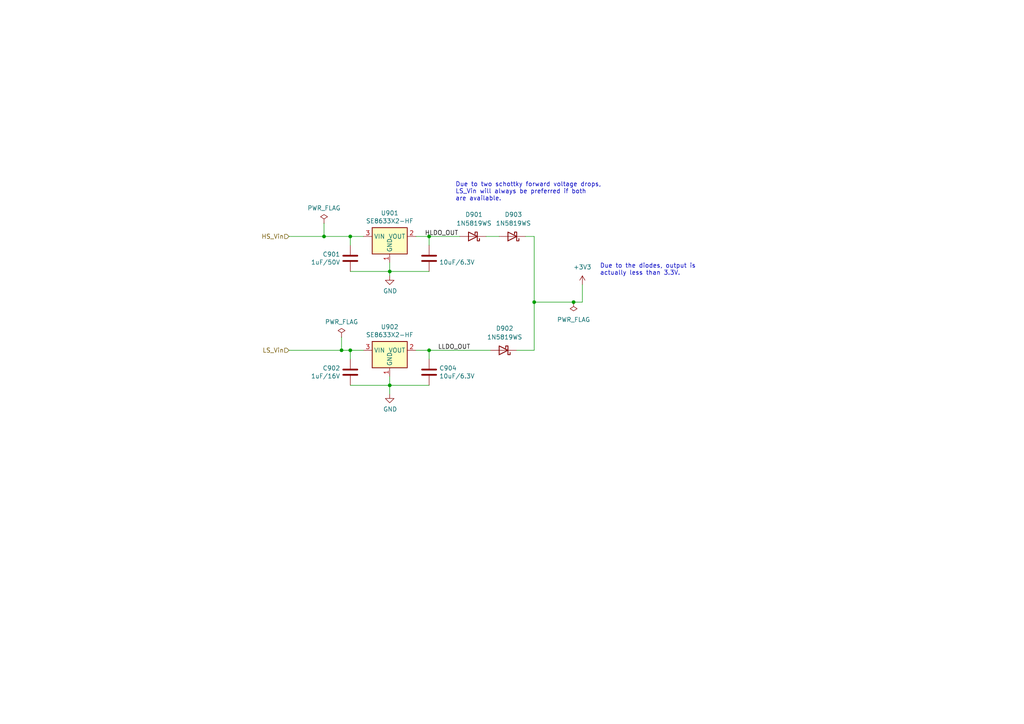
<source format=kicad_sch>
(kicad_sch (version 20211123) (generator eeschema)
  (paper "A4")
  (title_block (title "Sailor Hat for Raspberry Pi") (date "2022-10-14") (rev "v2.0.0-alpha") (company "Hat Labs Ltd") (comment 1 "https://creativecommons.org/licenses/by/4.0") (comment 2 "To view a copy of this license, visit ") (comment 3 "Sailor Hat for Raspberry Pi is licensed under CC BY 4.0."))
  (lib_symbols
    (symbol "Device:C" (pin_numbers hide) (pin_names (offset 0.254))
      (property "Reference" "C" (at 0.635 2.54 0))
      (property "Value" "C" (at 0.635 -2.54 0))
      (symbol "C_0_1"
        (polyline (pts (xy -2.032 -0.762) (xy 2.032 -0.762)) (stroke (width 0.508)))
        (polyline (pts (xy -2.032 0.762) (xy 2.032 0.762)) (stroke (width 0.508)))
      )
      (symbol "C_1_1"
        (pin passive line (at 0 3.81 270) (length 2.794) (name "~") (number "1"))
        (pin passive line (at 0 -3.81 90) (length 2.794) (name "~") (number "2"))
      )
    )
    (symbol "Device:D_Schottky" (pin_numbers hide) (pin_names (offset 1.016) hide)
      (property "Reference" "D" (at 0 2.54 0))
      (property "Value" "D_Schottky" (at 0 -2.54 0))
      (symbol "D_Schottky_0_1"
        (polyline (pts (xy 1.27 0) (xy -1.27 0)))
        (polyline (pts (xy 1.27 1.27) (xy 1.27 -1.27) (xy -1.27 0) (xy 1.27 1.27)) (stroke (width 0.254)))
        (polyline (pts (xy -1.905 0.635) (xy -1.905 1.27) (xy -1.27 1.27) (xy -1.27 -1.27) (xy -0.635 -1.27) (xy -0.635 -0.635)) (stroke (width 0.254)))
      )
      (symbol "D_Schottky_1_1"
        (pin passive line (at -3.81 0 0) (length 2.54) (name "K") (number "1"))
        (pin passive line (at 3.81 0 180) (length 2.54) (name "A") (number "2"))
      )
    )
    (symbol "HT75xx-1-SOT23_1"
      (property "Reference" "U" (at -5.08 -3.81 0))
      (property "Value" "HT75xx-1-SOT23_1" (at 0 6.35 0))
      (symbol "HT75xx-1-SOT23_1_0_1"
        (rectangle (start -5.08 5.08) (end 5.08 -2.54) (stroke (width 0.254)) (fill (type background)))
      )
      (symbol "HT75xx-1-SOT23_1_1_1"
        (pin power_in line (at 0 -5.08 90) (length 2.54) (name "GND") (number "1"))
        (pin power_out line (at 7.62 2.54 180) (length 2.54) (name "VOUT") (number "2"))
        (pin power_in line (at -7.62 2.54 0) (length 2.54) (name "VIN") (number "3"))
      )
    )
    (symbol "SH-RPi:HT75xx-1-SOT23"
      (property "Reference" "U" (at -5.08 -3.81 0))
      (property "Value" "HT75xx-1-SOT23" (at 0 6.35 0))
      (symbol "HT75xx-1-SOT23_0_1"
        (rectangle (start -5.08 5.08) (end 5.08 -2.54) (stroke (width 0.254)) (fill (type background)))
      )
      (symbol "HT75xx-1-SOT23_1_1"
        (pin power_in line (at 0 -5.08 90) (length 2.54) (name "GND") (number "1"))
        (pin power_out line (at 7.62 2.54 180) (length 2.54) (name "VOUT") (number "2"))
        (pin power_in line (at -7.62 2.54 0) (length 2.54) (name "VIN") (number "3"))
      )
    )
    (symbol "power:+3V3" (power) (pin_names (offset 0))
      (property "Value" "+3V3" (at 0 3.556 0))
      (symbol "+3V3_0_1"
        (polyline (pts (xy -0.762 1.27) (xy 0 2.54)))
        (polyline (pts (xy 0 0) (xy 0 2.54)))
        (polyline (pts (xy 0 2.54) (xy 0.762 1.27)))
      )
      (symbol "+3V3_1_1"
        (pin power_in line (at 0 0 90) (length 0) hide (name "+3V3") (number "1"))
      )
    )
    (symbol "power:GND" (power) (pin_names (offset 0))
      (property "Value" "GND" (at 0 -3.81 0))
      (symbol "GND_0_1"
        (polyline (pts (xy 0 0) (xy 0 -1.27) (xy 1.27 -1.27) (xy 0 -2.54) (xy -1.27 -1.27) (xy 0 -1.27)))
      )
      (symbol "GND_1_1"
        (pin power_in line (at 0 0 270) (length 0) hide (name "GND") (number "1"))
      )
    )
    (symbol "power:PWR_FLAG" (power) (pin_numbers hide) (pin_names (offset 0) hide)
      (property "Value" "PWR_FLAG" (at 0 3.81 0))
      (symbol "PWR_FLAG_0_0"
        (pin power_out line (at 0 0 90) (length 0) (name "pwr") (number "1"))
      )
      (symbol "PWR_FLAG_0_1"
        (polyline (pts (xy 0 0) (xy 0 1.27) (xy -1.016 1.905) (xy 0 2.54) (xy 1.016 1.905) (xy 0 1.27)))
      )
    )
  )
  (junction (at 93.98 68.58))
  (junction (at 154.94 87.63))
  (junction (at 113.03 78.74))
  (junction (at 101.6 101.6))
  (junction (at 166.37 87.63))
  (junction (at 124.46 101.6))
  (junction (at 124.46 68.58))
  (junction (at 113.03 111.76))
  (junction (at 99.06 101.6))
  (junction (at 101.6 68.58))
  (wire (pts (xy 101.6 68.58) (xy 105.41 68.58)))
  (wire (pts (xy 166.37 87.63) (xy 168.91 87.63)))
  (wire (pts (xy 99.06 101.6) (xy 101.6 101.6)))
  (wire (pts (xy 101.6 104.14) (xy 101.6 101.6)))
  (wire (pts (xy 149.86 101.6) (xy 154.94 101.6)))
  (wire (pts (xy 99.06 97.79) (xy 99.06 101.6)))
  (wire (pts (xy 168.91 82.55) (xy 168.91 87.63)))
  (wire (pts (xy 101.6 71.12) (xy 101.6 68.58)))
  (wire (pts (xy 124.46 68.58) (xy 124.46 71.12)))
  (wire (pts (xy 93.98 68.58) (xy 83.82 68.58)))
  (wire (pts (xy 124.46 101.6) (xy 142.24 101.6)))
  (wire (pts (xy 113.03 78.74) (xy 124.46 78.74)))
  (wire (pts (xy 93.98 64.77) (xy 93.98 68.58)))
  (wire (pts (xy 154.94 101.6) (xy 154.94 87.63)))
  (wire (pts (xy 154.94 87.63) (xy 154.94 68.58)))
  (wire (pts (xy 113.03 111.76) (xy 124.46 111.76)))
  (wire (pts (xy 101.6 78.74) (xy 113.03 78.74)))
  (wire (pts (xy 83.82 101.6) (xy 99.06 101.6)))
  (wire (pts (xy 101.6 101.6) (xy 105.41 101.6)))
  (wire (pts (xy 101.6 111.76) (xy 113.03 111.76)))
  (wire (pts (xy 113.03 109.22) (xy 113.03 111.76)))
  (wire (pts (xy 120.65 101.6) (xy 124.46 101.6)))
  (wire (pts (xy 124.46 101.6) (xy 124.46 104.14)))
  (wire (pts (xy 154.94 87.63) (xy 166.37 87.63)))
  (wire (pts (xy 113.03 76.2) (xy 113.03 78.74)))
  (wire (pts (xy 113.03 78.74) (xy 113.03 80.01)))
  (wire (pts (xy 124.46 68.58) (xy 133.35 68.58)))
  (wire (pts (xy 113.03 114.3) (xy 113.03 111.76)))
  (wire (pts (xy 154.94 68.58) (xy 152.4 68.58)))
  (wire (pts (xy 93.98 68.58) (xy 101.6 68.58)))
  (wire (pts (xy 120.65 68.58) (xy 124.46 68.58)))
  (wire (pts (xy 144.78 68.58) (xy 140.97 68.58)))
  (text "Due to two schottky forward voltage drops,\nLS_Vin will always be preferred if both\nare available." (at 132.08 58.42 0) (effects (font (size 1.27 1.27)) (justify left bottom)))
  (text "Due to the diodes, output is\nactually less than 3.3V." (at 173.99 80.01 0) (effects (font (size 1.27 1.27)) (justify left bottom)))
  (label "LLDO_OUT" (at 127 101.6 0))
  (label "HLDO_OUT" (at 123.19 68.58 0))
  (hierarchical_label "LS_Vin" (shape input) (at 83.82 101.6 180))
  (hierarchical_label "HS_Vin" (shape input) (at 83.82 68.58 180))
  (symbol (lib_id "Device:D_Schottky") (at 137.16 68.58 180) (unit 1)
    (property "Reference" "D901" (at 137.4775 62.23 0))
    (property "Value" "1N5819WS" (at 137.4775 64.77 0))
    (property "Footprint" "Diode_SMD:D_SOD-323" (effects hide))
    (property "LCSC" "C191023" (effects hide))
  )
  (symbol (lib_id "power:PWR_FLAG") (at 99.06 97.79 0) (unit 1)
    (property "Reference" "#FLG0902" (effects hide))
    (property "Value" "PWR_FLAG" (at 99.06 93.3704 0))
  )
  (symbol (lib_id "Device:C") (at 124.46 74.93 0) (unit 1)
    (property "Reference" "C903" (at 127.381 73.7616 0) (effects (font (size 0 0)) (justify left)))
    (property "Value" "10uF/6.3V" (at 127.381 76.073 0) (effects (justify left)))
    (property "Footprint" "Capacitor_SMD:C_0402_1005Metric" (effects hide))
    (property "LCSC" "C15525" (effects hide))
  )
  (symbol (lib_id "Device:D_Schottky") (at 146.05 101.6 180) (unit 1)
    (property "Reference" "D902" (at 146.3675 95.25 0))
    (property "Value" "1N5819WS" (at 146.3675 97.79 0))
    (property "Footprint" "Diode_SMD:D_SOD-323" (effects hide))
    (property "LCSC" "C191023" (effects hide))
  )
  (symbol (lib_id "Device:D_Schottky") (at 148.59 68.58 180) (unit 1)
    (property "Reference" "D903" (at 148.9075 62.23 0))
    (property "Value" "1N5819WS" (at 148.9075 64.77 0))
    (property "Footprint" "Diode_SMD:D_SOD-323" (effects hide))
    (property "LCSC" "C191023" (effects hide))
  )
  (symbol (lib_name "HT75xx-1-SOT23_1") (lib_id "SH-RPi:HT75xx-1-SOT23") (at 113.03 71.12 0) (unit 1)
    (property "Reference" "U901" (at 113.03 61.7982 0))
    (property "Value" "SE8633X2-HF" (at 113.03 64.1096 0))
    (property "Footprint" "Package_TO_SOT_SMD:SOT-23" (effects hide))
    (property "LCSC" "C496613" (effects hide))
  )
  (symbol (lib_id "Device:C") (at 101.6 74.93 0) (mirror y) (unit 1)
    (property "Reference" "C901" (at 98.679 73.7616 0) (effects (justify left)))
    (property "Value" "1uF/50V" (at 98.679 76.073 0) (effects (justify left)))
    (property "Footprint" "Capacitor_SMD:C_0805_2012Metric" (effects hide))
    (property "LCSC" "C28323" (effects hide))
  )
  (symbol (lib_id "power:GND") (at 113.03 114.3 0) (unit 1)
    (property "Reference" "#PWR0902" (effects hide))
    (property "Value" "GND" (at 113.157 118.6942 0))
  )
  (symbol (lib_id "Device:C") (at 101.6 107.95 0) (mirror y) (unit 1)
    (property "Reference" "C902" (at 98.679 106.7816 0) (effects (justify left)))
    (property "Value" "1uF/16V" (at 98.679 109.093 0) (effects (justify left)))
    (property "Footprint" "Capacitor_SMD:C_0402_1005Metric" (effects hide))
    (property "LCSC" "C52923" (effects hide))
  )
  (symbol (lib_id "power:PWR_FLAG") (at 166.37 87.63 180) (unit 1)
    (property "Reference" "#FLG0903" (effects hide))
    (property "Value" "PWR_FLAG" (at 166.37 92.71 0))
  )
  (symbol (lib_id "power:+3V3") (at 168.91 82.55 0) (unit 1)
    (property "Reference" "#PWR0903" (effects hide))
    (property "Value" "+3V3" (at 168.91 77.47 0))
  )
  (symbol (lib_id "power:PWR_FLAG") (at 93.98 64.77 0) (unit 1)
    (property "Reference" "#FLG0901" (effects hide))
    (property "Value" "PWR_FLAG" (at 93.98 60.3504 0))
  )
  (symbol (lib_id "Device:C") (at 124.46 107.95 0) (unit 1)
    (property "Reference" "C904" (at 127.381 106.7816 0) (effects (justify left)))
    (property "Value" "10uF/6.3V" (at 127.381 109.093 0) (effects (justify left)))
    (property "Footprint" "Capacitor_SMD:C_0402_1005Metric" (effects hide))
    (property "LCSC" "C15525" (effects hide))
  )
  (symbol (lib_id "power:GND") (at 113.03 80.01 0) (unit 1)
    (property "Reference" "#PWR0901" (effects hide))
    (property "Value" "GND" (at 113.157 84.4042 0))
  )
  (symbol (lib_id "SH-RPi:HT75xx-1-SOT23") (at 113.03 104.14 0) (unit 1)
    (property "Reference" "U902" (at 113.03 94.8182 0))
    (property "Value" "SE8633X2-HF" (at 113.03 97.1296 0))
    (property "Footprint" "Package_TO_SOT_SMD:SOT-23" (effects hide))
    (property "LCSC" "C496613" (effects hide))
  )
)
</source>
